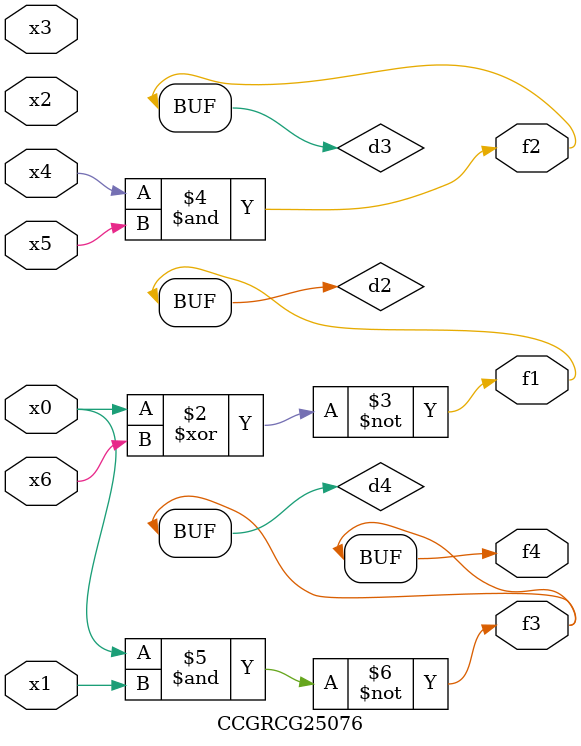
<source format=v>
module CCGRCG25076(
	input x0, x1, x2, x3, x4, x5, x6,
	output f1, f2, f3, f4
);

	wire d1, d2, d3, d4;

	nor (d1, x0);
	xnor (d2, x0, x6);
	and (d3, x4, x5);
	nand (d4, x0, x1);
	assign f1 = d2;
	assign f2 = d3;
	assign f3 = d4;
	assign f4 = d4;
endmodule

</source>
